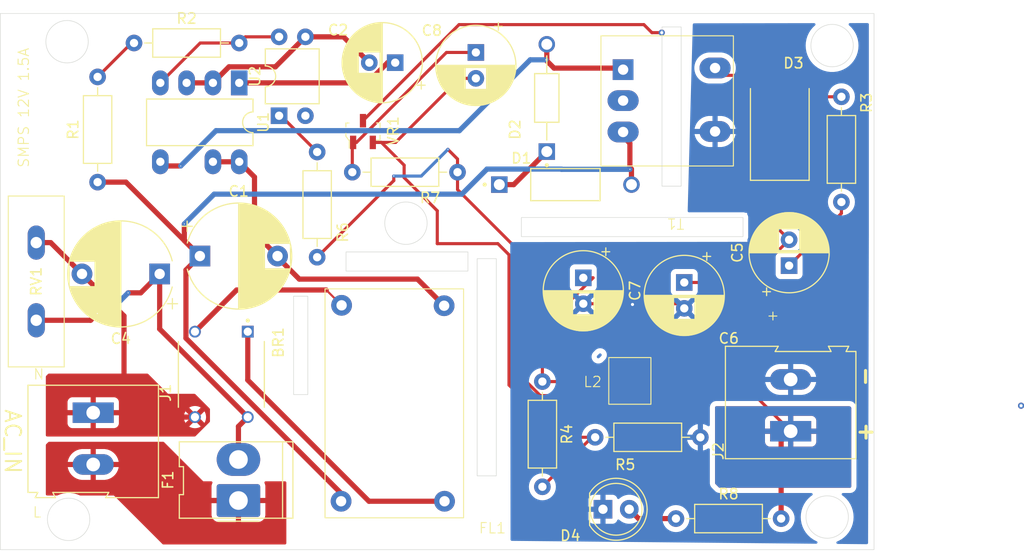
<source format=kicad_pcb>
(kicad_pcb (version 20240108) (generator "pcbnew") (generator_version "8.0")
  (layers (0 "F.Cu" signal) (31 "B.Cu" signal) (34 "B.Paste" user) (35 "F.Paste" user) (36 "B.SilkS" user "B.Silkscreen") (37 "F.SilkS" user "F.Silkscreen") (38 "B.Mask" user) (39 "F.Mask" user) (44 "Edge.Cuts" user))
  (net 0 "")
  (net 1 "EN{slash}UV")
  (net 2 "GND1")
  (net 3 "Net-(U1-BP)")
  (net 4 "Net-(T1-SA)")
  (net 5 "OUTPUT")
  (net 6 "Net-(R6-Pad1)")
  (net 7 "GND2")
  (net 8 "Net-(VR1-REF)")
  (net 9 "Net-(BR1-Pad4)")
  (net 10 "Net-(C5-Pad1)")
  (net 11 "Net-(D3-K)")
  (net 12 "VOUT")
  (net 13 "Net-(D3-A)")
  (net 14 "Net-(BR1-Pad2)")
  (net 15 "Net-(BR1-Pad1)")
  (net 16 "Net-(R1-Pad2)")
  (net 17 "Net-(T1-SB)")
  (net 19 "AC_N")
  (net 20 "AC_L")
  (net 21 "Net-(D1-PadC)")
  (net 22 "Net-(D4-A)")
  (footprint "Capacitor_THT:CP_Radial_D7.5mm_P2.50mm" (layer "F.Cu") (at 105.325 135.45 90)
    (property "Reference" "C5" (at 1.25 -5 90) (layer "F.SilkS"))
    (property "Value" "470uF 50V")
    (pad "1" thru_hole rect (at 0 0 90) (size 1.6 1.6) (drill 0.8) (layers "*.Cu" "*.Mask") (net 10 "Net-(C5-Pad1)"))
    (pad "2" thru_hole circle (at 2.5 0 90) (size 1.6 1.6) (drill 0.8) (layers "*.Cu" "*.Mask") (net 11 "Net-(D3-K)"))
  )
  (footprint "Resistor_THT:R_Axial_DIN0207_L6.3mm_D2.5mm_P10.16mm_Horizontal" (layer "F.Cu") (at 86.595 152.025)
    (property "Reference" "R5" (at 2.905 2.65 0) (layer "F.SilkS"))
    (property "Value" "9.09k")
    (pad "1" thru_hole circle (at 0 0) (size 1.6 1.6) (drill 0.8) (layers "*.Cu" "*.Mask") (net 8 "Net-(VR1-REF)"))
    (pad "2" thru_hole oval (at 10.16 0) (size 1.6 1.6) (drill 0.8) (layers "*.Cu" "*.Mask") (net 7 "GND2"))
  )
  (footprint "P6KE200A:DIOAD1276W78L760D360" (layer "F.Cu") (at 83.722 127.625)
    (property "Reference" "D1" (at -4.25 -2.546 0) (layer "F.SilkS"))
    (property "Value" "P6KE200A")
    (pad "A" thru_hole circle (at 6.38 0) (size 1.59 1.59) (drill 1.06) (layers "*.Cu" "*.Mask") (net 4 "Net-(T1-SA)"))
    (pad "C" thru_hole rect (at -6.38 0) (size 1.59 1.59) (drill 1.06) (layers "*.Cu" "*.Mask") (net 21 "Net-(D1-PadC)"))
  )
  (footprint "Resistor_THT:R_Axial_DIN0207_L6.3mm_D2.5mm_P10.16mm_Horizontal" (layer "F.Cu") (at 38.55 127.385 90)
    (property "Reference" "R1" (at 5.08 -2.37 90) (layer "F.SilkS"))
    (property "Value" "1M")
    (pad "1" thru_hole circle (at 0 0 90) (size 1.6 1.6) (drill 0.8) (layers "*.Cu" "*.Mask") (net 4 "Net-(T1-SA)"))
    (pad "2" thru_hole oval (at 10.16 0 90) (size 1.6 1.6) (drill 0.8) (layers "*.Cu" "*.Mask") (net 16 "Net-(R1-Pad2)"))
  )
  (footprint "TerminalBlock:TerminalBlock_Altech_AK300-2_P5.00mm" (layer "F.Cu") (at 38.125 149.65 -90)
    (property "Reference" "J1" (at -1.92 -6.99 -90) (layer "F.SilkS"))
    (property "Value" "INPUT_AC" (hide yes))
    (pad "1" thru_hole rect (at 0 0 270) (size 1.98 3.96) (drill 1.32) (layers "*.Cu" "*.Mask") (net 19 "AC_N"))
    (pad "2" thru_hole oval (at 5 0 270) (size 1.98 3.96) (drill 1.32) (layers "*.Cu" "*.Mask") (net 20 "AC_L"))
  )
  (footprint "Resistor_THT:R_Axial_DIN0207_L6.3mm_D2.5mm_P10.16mm_Horizontal" (layer "F.Cu") (at 42.065 113.95)
    (property "Reference" "R2" (at 5.08 -2.37 0) (layer "F.SilkS"))
    (property "Value" "1M")
    (pad "1" thru_hole circle (at 0 0) (size 1.6 1.6) (drill 0.8) (layers "*.Cu" "*.Mask") (net 16 "Net-(R1-Pad2)"))
    (pad "2" thru_hole oval (at 10.16 0) (size 1.6 1.6) (drill 0.8) (layers "*.Cu" "*.Mask") (net 1 "EN{slash}UV"))
  )
  (footprint "Capacitor_THT:CP_Radial_D10.0mm_P7.50mm" (layer "F.Cu") (at 44.542677 136.25 180)
    (property "Reference" "C4" (at 3.75 -6.25 0) (layer "F.SilkS"))
    (property "Value" "22uF 400V")
    (pad "1" thru_hole rect (at 0 0 180) (size 2 2) (drill 1) (layers "*.Cu" "*.Mask") (net 9 "Net-(BR1-Pad4)"))
    (pad "2" thru_hole circle (at 7.5 0 180) (size 2 2) (drill 1) (layers "*.Cu" "*.Mask") (net 19 "AC_N"))
  )
  (footprint "Capacitor_THT:CP_Radial_D7.5mm_P2.50mm" (layer "F.Cu") (at 95.2 137.075 -90)
    (property "Reference" "C6" (at 5.4 -4.3 0) (layer "F.SilkS"))
    (property "Value" "1500uf 25V")
    (pad "1" thru_hole rect (at 0 0 270) (size 1.6 1.6) (drill 0.8) (layers "*.Cu" "*.Mask") (net 11 "Net-(D3-K)"))
    (pad "2" thru_hole circle (at 2.5 0 270) (size 1.6 1.6) (drill 0.8) (layers "*.Cu" "*.Mask") (net 7 "GND2"))
  )
  (footprint "Resistor_THT:R_Axial_DIN0207_L6.3mm_D2.5mm_P10.16mm_Horizontal" (layer "F.Cu") (at 94.395 159.875)
    (property "Reference" "R8" (at 5.08 -2.37 360) (layer "F.SilkS"))
    (property "Value" "588")
    (pad "1" thru_hole circle (at 0 0) (size 1.6 1.6) (drill 0.8) (layers "*.Cu" "*.Mask") (net 22 "Net-(D4-A)"))
    (pad "2" thru_hole oval (at 10.16 0) (size 1.6 1.6) (drill 0.8) (layers "*.Cu" "*.Mask") (net 12 "VOUT"))
  )
  (footprint "Resistor_THT:R_Axial_DIN0207_L6.3mm_D2.5mm_P10.16mm_Horizontal" (layer "F.Cu") (at 110.375 119.145 -90)
    (property "Reference" "R3" (at 0.58 -2.425 90) (layer "F.SilkS"))
    (property "Value" "22")
    (pad "1" thru_hole circle (at 0 0 270) (size 1.6 1.6) (drill 0.8) (layers "*.Cu" "*.Mask") (net 13 "Net-(D3-A)"))
    (pad "2" thru_hole oval (at 10.16 0 270) (size 1.6 1.6) (drill 0.8) (layers "*.Cu" "*.Mask") (net 10 "Net-(C5-Pad1)"))
  )
  (footprint "Diode_SMD:D_3220_8050Metric_Pad2.65x5.15mm_HandSolder" (layer "F.Cu") (at 104.425 122.35 90)
    (property "Reference" "D3" (at 6.45 1.325 180) (layer "F.SilkS"))
    (property "Value" "D_Schottky" (hide yes))
    (pad "1" smd roundrect (at -3.275 0 90) (size 2.65 5.15) (layers "F.Cu" "F.Paste" "F.Mask") (roundrect_rratio 0.09434) (net 11 "Net-(D3-K)"))
    (pad "2" smd roundrect (at 3.275 0 90) (size 2.65 5.15) (layers "F.Cu" "F.Paste" "F.Mask") (roundrect_rratio 0.09434) (net 13 "Net-(D3-A)"))
  )
  (footprint "DB107:DIP825W50P509L880H320Q4" (layer "F.Cu") (at 50.5 145.95 -90)
    (property "Reference" "BR1" (at -3.075 -5.5 90) (layer "F.SilkS"))
    (property "Value" "DB107")
    (pad "1" thru_hole rect (at -4.125 -2.55 270) (size 1.14 1.14) (drill 0.79) (layers "*.Cu" "*.Mask") (net 15 "Net-(BR1-Pad1)"))
    (pad "2" thru_hole circle (at -4.125 2.55 270) (size 1.14 1.14) (drill 0.79) (layers "*.Cu" "*.Mask") (net 14 "Net-(BR1-Pad2)"))
    (pad "3" thru_hole circle (at 4.125 2.55 270) (size 1.14 1.14) (drill 0.79) (layers "*.Cu" "*.Mask") (net 19 "AC_N"))
    (pad "4" thru_hole circle (at 4.125 -2.55 270) (size 1.14 1.14) (drill 0.79) (layers "*.Cu" "*.Mask") (net 9 "Net-(BR1-Pad4)"))
  )
  (footprint "Capacitor_THT:CP_Radial_D10.0mm_P7.50mm" (layer "F.Cu") (at 48.425 134.525)
    (property "Reference" "C1" (at 3.75 -6.25 0) (layer "F.SilkS"))
    (property "Value" "22uF 400V")
    (pad "1" thru_hole rect (at 0 0) (size 2 2) (drill 1) (layers "*.Cu" "*.Mask") (net 4 "Net-(T1-SA)"))
    (pad "2" thru_hole circle (at 7.5 0) (size 2 2) (drill 1) (layers "*.Cu" "*.Mask") (net 2 "GND1"))
  )
  (footprint "Resistor_THT:R_Axial_DIN0207_L6.3mm_D2.5mm_P10.16mm_Horizontal" (layer "F.Cu") (at 59.75 124.475 -90)
    (property "Reference" "R6" (at 7.76 -2.475 90) (layer "F.SilkS"))
    (property "Value" "133 1%")
    (pad "1" thru_hole circle (at 0 0 270) (size 1.6 1.6) (drill 0.8) (layers "*.Cu" "*.Mask") (net 6 "Net-(R6-Pad1)"))
    (pad "2" thru_hole oval (at 10.16 0 270) (size 1.6 1.6) (drill 0.8) (layers "*.Cu" "*.Mask") (net 11 "Net-(D3-K)"))
  )
  (footprint "Custom_parts:CD43 3.3uH 1A" (layer "F.Cu") (at 94.37 146.04 90)
    (property "Reference" "L2" (at -0.635 -8.02 0) (layer "F.SilkS") (effects (font (thickness 0.1))))
    (property "Value" "3.3uH 2.66A")
    (pad "1" smd roundrect (at -1.96 -4.42 90) (size 1.5 4) (layers "F.Cu" "F.Paste" "F.Mask") (net 11 "Net-(D3-K)"))
    (pad "2" smd roundrect (at 0.87 -4.42 90) (size 1.5 4) (layers "F.Cu" "F.Paste" "F.Mask") (net 12 "VOUT"))
  )
  (footprint "LED_THT:LED_D5.0mm" (layer "F.Cu") (at 87.35 158.975)
    (property "Reference" "D4" (at -3.15 2.55 360) (layer "F.SilkS"))
    (property "Value" "LED")
    (pad "1" thru_hole rect (at 0 0) (size 1.8 1.8) (drill 0.9) (layers "*.Cu" "*.Mask") (net 7 "GND2"))
    (pad "2" thru_hole circle (at 2.54 0) (size 1.8 1.8) (drill 0.9) (layers "*.Cu" "*.Mask") (net 22 "Net-(D4-A)"))
  )
  (footprint "Capacitor_THT:CP_Radial_D7.5mm_P2.50mm" (layer "F.Cu") (at 85.45 136.625 -90)
    (property "Reference" "C7" (at 1.25 -5 90) (layer "F.SilkS"))
    (property "Value" "100uf 25V")
    (pad "1" thru_hole rect (at 0 0 270) (size 1.6 1.6) (drill 0.8) (layers "*.Cu" "*.Mask") (net 12 "VOUT"))
    (pad "2" thru_hole circle (at 2.5 0 270) (size 1.6 1.6) (drill 0.8) (layers "*.Cu" "*.Mask") (net 7 "GND2"))
  )
  (footprint "Capacitor_THT:CP_Radial_D7.5mm_P2.50mm" (layer "F.Cu") (at 67.286395 115.85 180)
    (property "Reference" "C2" (at 5.511395 3.15 0) (layer "F.SilkS"))
    (property "Value" "0.1uF,16V")
    (pad "1" thru_hole rect (at 0 0 180) (size 1.6 1.6) (drill 0.8) (layers "*.Cu" "*.Mask") (net 3 "Net-(U1-BP)"))
    (pad "2" thru_hole circle (at 2.5 0 180) (size 1.6 1.6) (drill 0.8) (layers "*.Cu" "*.Mask") (net 2 "GND1"))
  )
  (footprint "MOV-14D471K:MOV14D471K" (layer "F.Cu") (at 32.625 136.975 -90)
    (property "Reference" "RV1" (at 0 0 90) (layer "F.SilkS"))
    (property "Value" "MOV-14D471K-275V")
    (pad "1" thru_hole oval (at -3.75 0 270) (size 3.3 1.65) (drill 1.1) (layers "*.Cu" "*.Mask") (net 19 "AC_N"))
    (pad "2" thru_hole oval (at 3.75 0 270) (size 3.3 1.65) (drill 1.1) (layers "*.Cu" "*.Mask") (net 9 "Net-(BR1-Pad4)"))
  )
  (footprint "Connector_Molex:Molex_KK-396_5273-02A_1x02_P3.96mm_Vertical" (layer "F.Cu") (at 52.15 158.13 90)
    (property "Reference" "F1" (at 1.98 -6.8 90) (layer "F.SilkS"))
    (property "Value" "1A 250VAC")
    (pad "1" thru_hole roundrect (at 0 0 90) (size 3.16 4.2) (drill 1.8) (layers "*.Cu" "*.Mask") (roundrect_rratio 0.079114) (net 20 "AC_L"))
    (pad "2" thru_hole oval (at 3.96 0 90) (size 3.16 4.2) (drill 1.8) (layers "*.Cu" "*.Mask") (net 9 "Net-(BR1-Pad4)"))
  )
  (footprint "Package_DIP:DIP-4_W7.62mm" (layer "F.Cu") (at 56.075 120.975 90)
    (property "Reference" "U2" (at 3.81 -2.33 90) (layer "F.SilkS"))
    (property "Value" "PC817")
    (pad "1" thru_hole rect (at 0 0 90) (size 1.6 1.6) (drill 0.8) (layers "*.Cu" "*.Mask") (net 6 "Net-(R6-Pad1)"))
    (pad "2" thru_hole oval (at 0 2.54 90) (size 1.6 1.6) (drill 0.8) (layers "*.Cu" "*.Mask") (net 5 "OUTPUT"))
    (pad "3" thru_hole oval (at 7.62 2.54 90) (size 1.6 1.6) (drill 0.8) (layers "*.Cu" "*.Mask") (net 2 "GND1"))
    (pad "4" thru_hole oval (at 7.62 0 90) (size 1.6 1.6) (drill 0.8) (layers "*.Cu" "*.Mask") (net 1 "EN{slash}UV"))
  )
  (footprint "Resistor_THT:R_Axial_DIN0207_L6.3mm_D2.5mm_P10.16mm_Horizontal" (layer "F.Cu") (at 73.305 126.425 180)
    (property "Reference" "R7" (at 2.655 -2.475 0) (layer "F.SilkS"))
    (property "Value" "1K")
    (pad "1" thru_hole circle (at 0 0 180) (size 1.6 1.6) (drill 0.8) (layers "*.Cu" "*.Mask") (net 11 "Net-(D3-K)"))
    (pad "2" thru_hole oval (at 10.16 0 180) (size 1.6 1.6) (drill 0.8) (layers "*.Cu" "*.Mask") (net 5 "OUTPUT"))
  )
  (footprint "CMF16-103161:CMF16-103161" (layer "F.Cu") (at 63.660888 126.650888 180)
    (property "Reference" "FL1" (at -13.014112 -34.149112 0) (layer "F.SilkS") (effects (font (thickness 0.1))))
    (property "Value" "CMF16-103161-B")
    (pad "1" thru_hole circle (at -8.35 -12.67 180) (size 2 2) (drill 1) (layers "*.Cu" "*.Mask") (net 2 "GND1"))
    (pad "2" thru_hole circle (at 1.55 -12.63 180) (size 2 2) (drill 1) (layers "*.Cu" "*.Mask") (net 14 "Net-(BR1-Pad2)"))
    (pad "3" thru_hole circle (at -8.39 -31.55 180) (size 2 2) (drill 1) (layers "*.Cu" "*.Mask") (net 15 "Net-(BR1-Pad1)"))
    (pad "4" thru_hole circle (at 1.6 -31.55 180) (size 2 2) (drill 1) (layers "*.Cu" "*.Mask") (net 4 "Net-(T1-SA)"))
  )
  (footprint "FR106G:DIOAD1036W78L470D235" (layer "F.Cu") (at 81.925 119.255 90)
    (property "Reference" "D2" (at -3.05 -3.06 90) (layer "F.SilkS"))
    (property "Value" "FR106G")
    (pad "A" thru_hole circle (at 5.18 0 90) (size 1.59 1.59) (drill 1.06) (layers "*.Cu" "*.Mask") (net 17 "Net-(T1-SB)"))
    (pad "C" thru_hole rect (at -5.18 0 90) (size 1.59 1.59) (drill 1.06) (layers "*.Cu" "*.Mask") (net 21 "Net-(D1-PadC)"))
  )
  (footprint "digikey-footprints:SOT-23-3" (layer "F.Cu") (at 64.175 122.5 90)
    (property "Reference" "VR1" (at 0.075 2.925 90) (layer "F.SilkS"))
    (property "Value" "TL431AIDBZR" (hide yes))
    (pad "1" smd rect (at -1.05 -0.95 90) (size 1.3 0.6) (layers "F.Cu" "F.Paste" "F.Mask") (net 5 "OUTPUT"))
    (pad "2" smd rect (at -1.05 0.95 90) (size 1.3 0.6) (layers "F.Cu" "F.Paste" "F.Mask") (net 8 "Net-(VR1-REF)"))
    (pad "3" smd rect (at 1.05 0 90) (size 1.3 0.6) (layers "F.Cu" "F.Paste" "F.Mask") (net 7 "GND2"))
  )
  (footprint "TerminalBlock:TerminalBlock_Altech_AK300-2_P5.00mm" (layer "F.Cu") (at 105.475 151.44 90)
    (property "Reference" "J2" (at -1.92 -6.99 90) (layer "F.SilkS"))
    (property "Value" "OUTPUT_DC" (hide yes))
    (pad "1" thru_hole rect (at 0 0 90) (size 1.98 3.96) (drill 1.32) (layers "*.Cu" "*.Mask") (net 12 "VOUT"))
    (pad "2" thru_hole oval (at 5 0 90) (size 1.98 3.96) (drill 1.32) (layers "*.Cu" "*.Mask") (net 7 "GND2"))
  )
  (footprint "Package_DIP:PowerIntegrations_PDIP-8B" (layer "F.Cu") (at 52.225 117.8 -90)
    (property "Reference" "U1" (at 3.81 -2.33 90) (layer "F.SilkS"))
    (property "Value" "TNY268P" (hide yes))
    (pad "1" thru_hole rect (at 0 0 270) (size 2.4 1.6) (drill 0.8) (layers "*.Cu" "*.Mask") (net 3 "Net-(U1-BP)"))
    (pad "2" thru_hole oval (at 0 2.54 270) (size 2.4 1.6) (drill 0.8) (layers "*.Cu" "*.Mask") (net 2 "GND1"))
    (pad "3" thru_hole oval (at 0 5.08 270) (size 2.4 1.6) (drill 0.8) (layers "*.Cu" "*.Mask") (net 2 "GND1"))
    (pad "4" thru_hole oval (at 0 7.62 270) (size 2.4 1.6) (drill 0.8) (layers "*.Cu" "*.Mask") (net 1 "EN{slash}UV"))
    (pad "5" thru_hole oval (at 7.62 7.62 270) (size 2.4 1.6) (drill 0.8) (layers "*.Cu" "*.Mask") (net 17 "Net-(T1-SB)"))
    (pad "7" thru_hole oval (at 7.62 2.54 270) (size 2.4 1.6) (drill 0.8) (layers "*.Cu" "*.Mask") (net 2 "GND1"))
    (pad "8" thru_hole oval (at 7.62 0 270) (size 2.4 1.6) (drill 0.8) (layers "*.Cu" "*.Mask") (net 2 "GND1"))
  )
  (footprint "Transformer_THT:EE16-A2" (layer "F.Cu") (at 94.355 130.895 180)
    (property "Reference" "T1" (at 0 -0.5 180) (layer "F.SilkS") (effects (font (thickness 0.1))))
    (property "Value" "Transformer_1P_SS")
    (pad "1" thru_hole oval (at -3.82 8.4 180) (size 3 2) (drill 1) (layers "*.Cu" "*.Mask") (net 7 "GND2"))
    (pad "2" thru_hole oval (at -3.82 14.53 180) (size 3 2) (drill 1) (layers "*.Cu" "*.Mask") (net 13 "Net-(D3-A)"))
    (pad "3" thru_hole oval (at 5.06 8.35 180) (size 3 2) (drill 1) (layers "*.Cu" "*.Mask") (net 4 "Net-(T1-SA)"))
    (pad "4" thru_hole oval (at 5.06 11.38 180) (size 3 2) (drill 1) (layers "*.Cu" "*.Mask"))
    (pad "5" thru_hole rect (at 5.06 14.37 180) (size 2 2) (drill 1) (layers "*.Cu" "*.Mask") (net 17 "Net-(T1-SB)"))
  )
  (footprint "Resistor_THT:R_Axial_DIN0207_L6.3mm_D2.5mm_P10.16mm_Horizontal" (layer "F.Cu") (at 81.5 146.645 -90)
    (property "Reference" "R4" (at 5.08 -2.37 90) (layer "F.SilkS"))
    (property "Value" "23.75k")
    (pad "1" thru_hole circle (at 0 0 270) (size 1.6 1.6) (drill 0.8) (layers "*.Cu" "*.Mask") (net 12 "VOUT"))
    (pad "2" thru_hole oval (at 10.16 0 270) (size 1.6 1.6) (drill 0.8) (layers "*.Cu" "*.Mask") (net 8 "Net-(VR1-REF)"))
  )
  (footprint "Capacitor_THT:CP_Radial_D7.5mm_P2.50mm" (layer "F.Cu") (at 75.075 114.863605 -90)
    (property "Reference" "C8" (at -2.113605 4.25 180) (layer "F.SilkS"))
    (property "Value" "C")
    (pad "1" thru_hole rect (at 0 0 270) (size 1.6 1.6) (drill 0.8) (layers "*.Cu" "*.Mask") (net 5 "OUTPUT"))
    (pad "2" thru_hole circle (at 2.5 0 270) (size 1.6 1.6) (drill 0.8) (layers "*.Cu" "*.Mask") (net 8 "Net-(VR1-REF)"))
  )
  (gr_rect (start 62.5375 134.125) (end 74.3125 135.9754) (stroke (width 0.05)) (fill none) (layer "Edge.Cuts"))
  (gr_circle (center 35.6 113.825) (end 33.8 114.8) (stroke (width 0.05)) (fill none) (layer "Edge.Cuts"))
  (gr_circle (center 109 159.725) (end 107.2 160.7) (stroke (width 0.05)) (fill none) (layer "Edge.Cuts"))
  (gr_rect (start 79.475 130.7996) (end 100.875 132.65) (stroke (width 0.05)) (fill none) (layer "Edge.Cuts"))
  (gr_rect (start 57.4748 138.4) (end 58.85 147.9) (stroke (width 0.05)) (fill none) (layer "Edge.Cuts"))
  (gr_rect (start 75.2 134.775) (end 77.0504 155.75) (stroke (width 0.05)) (fill none) (layer "Edge.Cuts"))
  (gr_rect (start 93.0498 112.4) (end 94.9002 127.775) (stroke (width 0.05)) (fill none) (layer "Edge.Cuts"))
  (gr_circle (center 35.75 159.95) (end 33.95 160.925) (stroke (width 0.05)) (fill none) (layer "Edge.Cuts"))
  (gr_circle (center 68.325 131.35) (end 66.525 132.325) (stroke (width 0.05)) (fill none) (layer "Edge.Cuts"))
  (gr_rect (start 29.15 111.1) (end 113.525 162.875) (stroke (width 0.05)) (fill none) (layer "Edge.Cuts"))
  (gr_circle (center 109.475 114.2) (end 107.675 115.175) (stroke (width 0.05)) (fill none) (layer "Edge.Cuts"))
  (gr_text "L" (at 32.225 159.85 0) (layer "F.SilkS") (effects (font (size 1 1) (thickness 0.1)) (justify left bottom)))
  (gr_text "+" (at 111.625 152.3 0) (layer "F.SilkS") (effects (font (size 1.5 1.5) (thickness 0.3) (bold yes)) (justify left bottom)))
  (gr_text "SMPS 12V 1.5A" (at 32 126.05 90) (layer "F.SilkS") (effects (font (size 1 1) (thickness 0.1)) (justify left bottom)))
  (gr_text "N" (at 32.275 146.525 0) (layer "F.SilkS") (effects (font (size 1 1) (thickness 0.1)) (justify left bottom)))
  (gr_text "AC_IN" (at 29.475 149.2 -90) (layer "F.SilkS") (effects (font (size 1.5 1.5) (thickness 0.1875)) (justify left bottom)))
  (gr_text "-" (at 113.475 147.275 90) (layer "F.SilkS") (effects (font (size 1.5 1.5) (thickness 0.3) (bold yes)) (justify left bottom)))
  (gr_text "+" (at 103.075 140.825 0) (layer "F.SilkS") (effects (font (size 1 1) (thickness 0.1)) (justify left bottom)))
  (via (at 127.725 148.975) (size 0.6) (drill 0.3) (layers "F.Cu" "B.Cu") (net 0))
  (segment (start 86.9 144.25) (end 87.075 144.075) (width 0.3) (layer "B.Cu") (net 0))
  (segment (start 48.455 113.95) (end 52.225 113.95) (width 0.3) (layer "F.Cu") (net 1))
  (segment (start 44.605 117.8) (end 48.455 113.95) (width 0.3) (layer "F.Cu") (net 1))
  (segment (start 52.82 113.355) (end 52.225 113.95) (width 0.3) (layer "F.Cu") (net 1))
  (segment (start 56.075 113.355) (end 52.82 113.355) (width 0.3) (layer "F.Cu") (net 1))
  (segment (start 55.925 134.525) (end 53.7 132.3) (width 0.5) (layer "F.Cu") (net 2))
  (segment (start 69.44 136.75) (end 58.025 136.75) (width 0.5) (layer "F.Cu") (net 2))
  (segment (start 49.685 117.8) (end 51.235 116.25) (width 0.5) (layer "F.Cu") (net 2))
  (segment (start 58.615 113.355) (end 62.291395 113.355) (width 0.5) (layer "F.Cu") (net 2))
  (segment (start 51.235 116.25) (end 55.72 116.25) (width 0.5) (layer "F.Cu") (net 2))
  (segment (start 58.025 136.75) (end 55.925 134.65) (width 0.5) (layer "F.Cu") (net 2))
  (segment (start 72.010888 139.320888) (end 69.44 136.75) (width 0.5) (layer "F.Cu") (net 2))
  (segment (start 49.685 125.42) (end 52.225 125.42) (width 0.5) (layer "F.Cu") (net 2))
  (segment (start 47.145 117.8) (end 49.685 117.8) (width 0.5) (layer "F.Cu") (net 2))
  (segment (start 53.7 126.895) (end 52.225 125.42) (width 0.5) (layer "F.Cu") (net 2))
  (segment (start 55.72 116.25) (end 58.615 113.355) (width 0.5) (layer "F.Cu") (net 2))
  (segment (start 53.7 132.3) (end 53.7 126.895) (width 0.5) (layer "F.Cu") (net 2))
  (segment (start 62.291395 113.355) (end 64.786395 115.85) (width 0.5) (layer "F.Cu") (net 2))
  (segment (start 55.925 134.65) (end 55.925 134.525) (width 0.5) (layer "F.Cu") (net 2))
  (segment (start 52.225 117.8) (end 64.604162 117.8) (width 0.5) (layer "F.Cu") (net 3))
  (segment (start 66.554162 115.85) (end 67.286395 115.85) (width 0.5) (layer "F.Cu") (net 3))
  (segment (start 64.604162 117.8) (end 66.554162 115.85) (width 0.5) (layer "F.Cu") (net 3))
  (segment (start 90.102 127.625) (end 90.102 126.127) (width 0.5) (layer "F.Cu") (net 4))
  (segment (start 47.08 135.87) (end 47.08 142.455) (width 0.5) (layer "F.Cu") (net 4))
  (segment (start 90.102 126.127) (end 89.95 125.975) (width 0.5) (layer "F.Cu") (net 4))
  (segment (start 89.95 125.975) (end 89.95 123.635) (width 0.5) (layer "F.Cu") (net 4))
  (segment (start 46.925 131.425) (end 46.925 133.025) (width 0.5) (layer "F.Cu") (net 4))
  (segment (start 89.95 123.635) (end 89.295 122.98) (width 0.5) (layer "F.Cu") (net 4))
  (segment (start 62.060888 157.435888) (end 62.060888 158.200888) (width 0.2) (layer "F.Cu") (net 4))
  (segment (start 89.95 126.15) (end 89.95 125.975) (width 0.5) (layer "F.Cu") (net 4))
  (segment (start 47.08 142.455) (end 62.060888 157.435888) (width 0.5) (layer "F.Cu") (net 4))
  (segment (start 89.295 122.98) (end 89.295 122.545) (width 0.5) (layer "F.Cu") (net 4))
  (segment (start 41.285 127.385) (end 48.425 134.525) (width 0.5) (layer "F.Cu") (net 4))
  (segment (start 46.925 133.025) (end 48.425 134.525) (width 0.5) (layer "F.Cu") (net 4))
  (segment (start 48.425 134.525) (end 47.08 135.87) (width 0.5) (layer "F.Cu") (net 4))
  (segment (start 38.55 127.385) (end 41.285 127.385) (width 0.5) (layer "F.Cu") (net 4))
  (via micro (at 89.95 126.15) (size 0.3) (drill 0.1) (layers "F.Cu" "B.Cu") (net 4))
  (via micro (at 46.925 131.425) (size 0.3) (drill 0.1) (layers "F.Cu" "B.Cu") (net 4))
  (segment (start 83.35 126.15) (end 83.325 126.125) (width 0.5) (layer "B.Cu") (net 4))
  (segment (start 89.95 126.15) (end 83.35 126.15) (width 0.5) (layer "B.Cu") (net 4))
  (segment (start 76.15 126.125) (end 73.728894 128.546106) (width 0.5) (layer "B.Cu") (net 4))
  (segment (start 73.728894 128.546106) (end 49.803894 128.546106) (width 0.5) (layer "B.Cu") (net 4))
  (segment (start 83.325 126.125) (end 76.15 126.125) (width 0.5) (layer "B.Cu") (net 4))
  (segment (start 49.803894 128.546106) (end 46.925 131.425) (width 0.5) (layer "B.Cu") (net 4))
  (segment (start 63.145 126.425) (end 63.145 123.63) (width 0.3) (layer "F.Cu") (net 5))
  (segment (start 63.145 123.63) (end 63.225 123.55) (width 0.3) (layer "F.Cu") (net 5))
  (segment (start 72.236395 114.863605) (end 75.075 114.863605) (width 0.3) (layer "F.Cu") (net 5))
  (segment (start 63.225 123.55) (end 63.55 123.55) (width 0.3) (layer "F.Cu") (net 5))
  (segment (start 63.55 123.55) (end 72.236395 114.863605) (width 0.3) (layer "F.Cu") (net 5))
  (segment (start 59.75 124.475) (end 56.25 120.975) (width 0.3) (layer "F.Cu") (net 6))
  (segment (start 56.25 120.975) (end 56.075 120.975) (width 0.5) (layer "F.Cu") (net 6))
  (segment (start 90.125 139.125) (end 90.2 139.2) (width 0.3) (layer "F.Cu") (net 7))
  (segment (start 92.075 112.95) (end 91.3 112.175) (width 0.3) (layer "F.Cu") (net 7))
  (segment (start 85.45 139.125) (end 90.125 139.125) (width 0.3) (layer "F.Cu") (net 7))
  (segment (start 90.275 139.125) (end 94.75 139.125) (width 0.3) (layer "F.Cu") (net 7))
  (segment (start 73.45 112.175) (end 64.175 121.45) (width 0.3) (layer "F.Cu") (net 7))
  (segment (start 91.3 112.175) (end 73.45 112.175) (width 0.3) (layer "F.Cu") (net 7))
  (segment (start 90.2 139.2) (end 90.275 139.125) (width 0.3) (layer "F.Cu") (net 7))
  (segment (start 94.75 139.125) (end 95.2 139.575) (width 0.3) (layer "F.Cu") (net 7))
  (segment (start 93.025 112.95) (end 92.075 112.95) (width 0.3) (layer "F.Cu") (net 7))
  (via (at 93.025 112.95) (size 0.6) (drill 0.3) (layers "F.Cu" "B.Cu") (net 7))
  (via (at 90.2 139.2) (size 0.6) (drill 0.3) (layers "F.Cu" "B.Cu") (net 7))
  (segment (start 71.35 130.151472) (end 68.15 126.951472) (width 0.3) (layer "F.Cu") (net 8))
  (segment (start 78.2754 134.4004) (end 77.2 133.325) (width 0.3) (layer "F.Cu") (net 8))
  (segment (start 81.5 156.805) (end 86.28 152.025) (width 0.3) (layer "F.Cu") (net 8))
  (segment (start 71.35 133.325) (end 71.35 130.151472) (width 0.3) (layer "F.Cu") (net 8))
  (segment (start 86.28 152.025) (end 86.595 152.025) (width 0.3) (layer "F.Cu") (net 8))
  (segment (start 73.511395 117.363605) (end 67.325 123.55) (width 0.3) (layer "F.Cu") (net 8))
  (segment (start 77.2 133.325) (end 71.35 133.325) (width 0.3) (layer "F.Cu") (net 8))
  (segment (start 65.95 123.55) (end 65.125 123.55) (width 0.3) (layer "F.Cu") (net 8))
  (segment (start 83.325 152.025) (end 78.2754 146.9754) (width 0.3) (layer "F.Cu") (net 8))
  (segment (start 78.2754 146.9754) (end 78.2754 134.4004) (width 0.3) (layer "F.Cu") (net 8))
  (segment (start 86.595 152.025) (end 83.325 152.025) (width 0.3) (layer "F.Cu") (net 8))
  (segment (start 68.15 125.75) (end 65.95 123.55) (width 0.3) (layer "F.Cu") (net 8))
  (segment (start 68.15 126.951472) (end 68.15 125.75) (width 0.3) (layer "F.Cu") (net 8))
  (segment (start 67.325 123.55) (end 65.125 123.55) (width 0.3) (layer "F.Cu") (net 8))
  (segment (start 75.075 117.363605) (end 73.511395 117.363605) (width 0.3) (layer "F.Cu") (net 8))
  (segment (start 52.15 150.975) (end 53.05 150.075) (width 0.5) (layer "F.Cu") (net 9))
  (segment (start 44.542677 141.567677) (end 44.542677 136.25) (width 0.5) (layer "F.Cu") (net 9))
  (segment (start 41.5 138.075) (end 42.717677 138.075) (width 0.5) (layer "F.Cu") (net 9))
  (segment (start 42.717677 138.075) (end 44.542677 136.25) (width 0.5) (layer "F.Cu") (net 9))
  (segment (start 32.625 140.725) (end 37.875 140.725) (width 0.5) (layer "F.Cu") (net 9))
  (segment (start 53.05 150.075) (end 44.542677 141.567677) (width 0.5) (layer "F.Cu") (net 9))
  (segment (start 52.15 154.17) (end 52.15 150.975) (width 0.5) (layer "F.Cu") (net 9))
  (segment (start 37.875 140.725) (end 38.525 140.075) (width 0.5) (layer "F.Cu") (net 9))
  (via micro (at 41.5 138.075) (size 0.3) (drill 0.1) (layers "F.Cu" "B.Cu") (net 9))
  (via micro (at 38.525 140.075) (size 0.3) (drill 0.1) (layers "F.Cu" "B.Cu") (net 9))
  (segment (start 38.525 140.075) (end 39.5 140.075) (width 0.5) (layer "B.Cu") (net 9))
  (segment (start 39.5 140.075) (end 41.5 138.075) (width 0.5) (layer "B.Cu") (net 9))
  (segment (start 110.375 130.4) (end 110.375 129.305) (width 0.3) (layer "F.Cu") (net 10))
  (segment (start 105.325 135.45) (end 110.375 130.4) (width 0.3) (layer "F.Cu") (net 10))
  (segment (start 73.305 128.105) (end 73.305 126.425) (width 0.3) (layer "F.Cu") (net 11))
  (segment (start 72.375 124.225) (end 73.305 125.155) (width 0.3) (layer "F.Cu") (net 11))
  (segment (start 79.475 146.175635) (end 79.475 134.275) (width 0.3) (layer "F.Cu") (net 11))
  (segment (start 105.325 132.95) (end 101.2 137.075) (width 0.3) (layer "F.Cu") (net 11))
  (segment (start 104.425 125.625) (end 104.425 132.05) (width 0.3) (layer "F.Cu") (net 11))
  (segment (start 73.305 125.155) (end 73.305 126.425) (width 0.3) (layer "F.Cu") (net 11))
  (segment (start 101.2 137.075) (end 95.2 137.075) (width 0.3) (layer "F.Cu") (net 11))
  (segment (start 89.95 148) (end 81.299365 148) (width 0.3) (layer "F.Cu") (net 11))
  (segment (start 79.475 134.275) (end 73.305 128.105) (width 0.3) (layer "F.Cu") (net 11))
  (segment (start 81.299365 148) (end 79.475 146.175635) (width 0.3) (layer "F.Cu") (net 11))
  (segment (start 59.75 134.635) (end 67.15 127.235) (width 0.3) (layer "F.Cu") (net 11))
  (segment (start 104.425 132.05) (end 105.325 132.95) (width 0.3) (layer "F.Cu") (net 11))
  (segment (start 67.15 127.235) (end 67.15 126.8) (width 0.3) (layer "F.Cu") (net 11))
  (via micro (at 67.15 126.8) (size 0.3) (drill 0.1) (layers "F.Cu" "B.Cu") (net 11))
  (via micro (at 72.375 124.225) (size 0.3) (drill 0.1) (layers "F.Cu" "B.Cu") (net 11))
  (segment (start 67.15 126.8) (end 69.8 126.8) (width 0.3) (layer "B.Cu") (net 11))
  (segment (start 69.8 126.8) (end 72.375 124.225) (width 0.3) (layer "B.Cu") (net 11))
  (segment (start 85.45 136.625) (end 86.394365 136.625) (width 0.3) (layer "F.Cu") (net 12))
  (segment (start 86.394365 136.625) (end 81.5 141.519365) (width 0.3) (layer "F.Cu") (net 12))
  (segment (start 88.475 146.645) (end 89.95 145.17) (width 0.3) (layer "F.Cu") (net 12))
  (segment (start 104.555 159.875) (end 104.555 152.36) (width 0.5) (layer "F.Cu") (net 12))
  (segment (start 81.5 146.645) (end 88.475 146.645) (width 0.3) (layer "F.Cu") (net 12))
  (segment (start 89.95 145.17) (end 99.205 145.17) (width 0.3) (layer "F.Cu") (net 12))
  (segment (start 81.5 141.519365) (end 81.5 146.645) (width 0.3) (layer "F.Cu") (net 12))
  (segment (start 99.205 145.17) (end 105.475 151.44) (width 0.3) (layer "F.Cu") (net 12))
  (segment (start 104.555 152.36) (end 105.475 151.44) (width 0.5) (layer "F.Cu") (net 12))
  (segment (start 102.425 117.075) (end 104.425 119.075) (width 0.3) (layer "F.Cu") (net 13))
  (segment (start 110.375 119.145) (end 104.495 119.145) (width 0.3) (layer "F.Cu") (net 13))
  (segment (start 98.175 116.365) (end 98.885 117.075) (width 0.3) (layer "F.Cu") (net 13))
  (segment (start 98.885 117.075) (end 102.425 117.075) (width 0.3) (layer "F.Cu") (net 13))
  (segment (start 104.495 119.145) (end 104.425 119.075) (width 0.3) (layer "F.Cu") (net 13))
  (segment (start 51.975 137.8) (end 60.63 137.8) (width 0.5) (layer "F.Cu") (net 14))
  (segment (start 60.63 137.8) (end 62.110888 139.280888) (width 0.2) (layer "F.Cu") (net 14))
  (segment (start 47.95 141.825) (end 51.975 137.8) (width 0.5) (layer "F.Cu") (net 14))
  (segment (start 72.050888 158.200888) (end 64.750888 158.200888) (width 0.5) (layer "F.Cu") (net 15))
  (segment (start 53.05 146.5) (end 53.05 141.825) (width 0.5) (layer "F.Cu") (net 15))
  (segment (start 64.750888 158.200888) (end 53.05 146.5) (width 0.5) (layer "F.Cu") (net 15))
  (segment (start 41.825 113.95) (end 42.065 113.95) (width 0.3) (layer "F.Cu") (net 16))
  (segment (start 38.55 117.225) (end 41.825 113.95) (width 0.3) (layer "F.Cu") (net 16))
  (segment (start 45.01 125.825) (end 44.605 125.42) (width 0.5) (layer "F.Cu") (net 17))
  (segment (start 81.925 115.475) (end 81.925 114.075) (width 0.5) (layer "F.Cu") (net 17))
  (segment (start 46.575 125.825) (end 45.01 125.825) (width 0.5) (layer "F.Cu") (net 17))
  (segment (start 89.145 116.375) (end 89.295 116.525) (width 0.5) (layer "F.Cu") (net 17))
  (segment (start 81.825 115.575) (end 81.925 115.475) (width 0.5) (layer "F.Cu") (net 17))
  (segment (start 82.625 116.375) (end 89.145 116.375) (width 0.5) (layer "F.Cu") (net 17))
  (segment (start 81.825 115.575) (end 82.625 116.375) (width 0.5) (layer "F.Cu") (net 17))
  (via micro (at 81.825 115.575) (size 0.3) (drill 0.1) (layers "F.Cu" "B.Cu") (net 17))
  (via micro (at 46.575 125.825) (size 0.3) (drill 0.1) (layers "F.Cu" "B.Cu") (net 17))
  (segment (start 73.485 122.415) (end 49.985 122.415) (width 0.5) (layer "B.Cu") (net 17))
  (segment (start 80.325 115.575) (end 73.485 122.415) (width 0.5) (layer "B.Cu") (net 17))
  (segment (start 81.825 115.575) (end 80.325 115.575) (width 0.5) (layer "B.Cu") (net 17))
  (segment (start 49.985 122.415) (end 46.575 125.825) (width 0.5) (layer "B.Cu") (net 17))
  (segment (start 34.017677 133.225) (end 37.042677 136.25) (width 0.5) (layer "F.Cu") (net 19))
  (segment (start 47.95 150.075) (end 41.275 150.075) (width 0.5) (layer "F.Cu") (net 19))
  (segment (start 41.1 140.307323) (end 37.042677 136.25) (width 0.5) (layer "F.Cu") (net 19))
  (segment (start 41.275 150.075) (end 41.1 149.9) (width 0.2) (layer "F.Cu") (net 19))
  (segment (start 41.1 149.9) (end 41.1 140.307323) (width 0.5) (layer "F.Cu") (net 19))
  (segment (start 32.625 133.225) (end 34.017677 133.225) (width 0.5) (layer "F.Cu") (net 19))
  (segment (start 52.15 158.13) (end 45.83 158.13) (width 0.5) (layer "F.Cu") (net 20))
  (segment (start 45.83 158.13) (end 41.1 153.4) (width 0.5) (layer "F.Cu") (net 20))
  (segment (start 77.342 127.625) (end 78.735 127.625) (width 0.5) (layer "F.Cu") (net 21))
  (segment (start 78.735 127.625) (end 81.925 124.435) (width 0.5) (layer "F.Cu") (net 21))
  (segment (start 90.79 159.875) (end 89.89 158.975) (width 0.5) (layer "F.Cu") (net 22))
  (segment (start 94.395 159.875) (end 90.79 159.875) (width 0.5) (layer "F.Cu") (net 22))
  (zone (net 20) (net_name "AC_L") (layer "F.Cu") (priority 2) (connect_pads (clearance 0.5)) (min_thickness 0.25) (fill yes (thermal_gap 0.5) (thermal_bridge_width 0.5))
    (polygon (pts (xy 56.775 156.275) (xy 56.775 162.3) (xy 56.575 162.5) (xy 44.975 162.5) (xy 40.125 157.65) (xy 33.55 157.65) (xy 33.55 152.725) (xy 33.9 152.375) (xy 44.85 152.375) (xy 48.75 156.275)))
  )
  (zone (net 19) (net_name "AC_N") (layer "F.Cu") (priority 3) (connect_pads (clearance 0.5)) (min_thickness 0.25) (fill yes (thermal_gap 0.5) (thermal_bridge_width 0.5))
    (polygon (pts (xy 33.55 146.125) (xy 33.55 151.95) (xy 47.975 151.95) (xy 49.4 150.525) (xy 49.4 149.275) (xy 47.95 147.825) (xy 45.35 147.825) (xy 43.4 145.875) (xy 33.8 145.875)))
  )
  (zone (net 12) (net_name "VOUT") (layer "F.Cu") (priority 1) (connect_pads (clearance 0.5)) (min_thickness 0.25) (fill yes (thermal_gap 0.5) (thermal_bridge_width 0.5))
    (polygon (pts (xy 111.2 149.025) (xy 98.225 149.025) (xy 98.175 148.975) (xy 98.175 156.5) (xy 98.575 156.9) (xy 111.325 156.9) (xy 111.325 149.15)))
  )
  (zone (net 7) (net_name "GND2") (layer "B.Cu") (connect_pads (clearance 0.5)) (min_thickness 0.25) (fill yes (thermal_gap 0.5) (thermal_bridge_width 0.5))
    (polygon (pts (xy 96.025 112.05) (xy 95.525 130.35) (xy 101.275 130.35) (xy 101.3 133.15) (xy 78.4 133.175) (xy 78.425 162.025) (xy 112.95 162.35) (xy 113.075 112.025)))
  )
  (zone (net 12) (net_name "VOUT") (layer "B.Cu") (priority 1) (connect_pads (clearance 0.5)) (min_thickness 0.25) (fill yes (thermal_gap 0.5) (thermal_bridge_width 0.5))
    (polygon (pts (xy 111.2 149.025) (xy 98.225 149.025) (xy 98.175 148.975) (xy 98.175 156.5) (xy 98.575 156.9) (xy 111.325 156.9) (xy 111.325 149.15)))
  )
)
</source>
